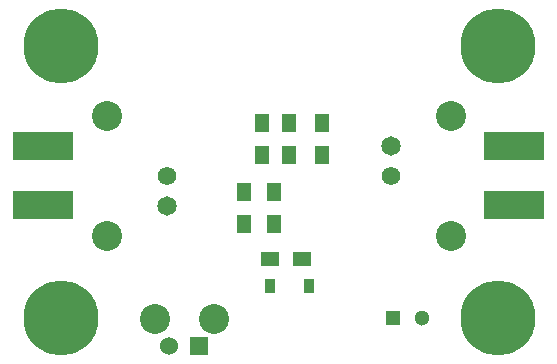
<source format=gbr>
G04 #@! TF.FileFunction,Soldermask,Bot*
%FSLAX46Y46*%
G04 Gerber Fmt 4.6, Leading zero omitted, Abs format (unit mm)*
G04 Created by KiCad (PCBNEW (after 2015-mar-04 BZR unknown)-product) date 9/5/2017 9:59:39 AM*
%MOMM*%
G01*
G04 APERTURE LIST*
%ADD10C,0.150000*%
%ADD11C,2.540000*%
%ADD12C,6.350000*%
%ADD13C,1.574800*%
%ADD14C,1.651000*%
%ADD15R,0.909320X1.219200*%
%ADD16R,1.524000X1.524000*%
%ADD17C,1.524000*%
%ADD18R,1.300000X1.300000*%
%ADD19C,1.300000*%
%ADD20R,1.300000X1.500000*%
%ADD21R,1.500000X1.300000*%
%ADD22R,5.080000X2.413000*%
G04 APERTURE END LIST*
D10*
D11*
X17018000Y-27178000D03*
X12018000Y-27178000D03*
D12*
X4000000Y-27030000D03*
X41000000Y-4030000D03*
X4000000Y-4030000D03*
D13*
X13000000Y-15030000D03*
D14*
X13000000Y-17570000D03*
D11*
X7920000Y-20110000D03*
X7920000Y-9950000D03*
D12*
X41000000Y-27030000D03*
D13*
X32000000Y-15030000D03*
D14*
X32000000Y-12490000D03*
D11*
X37080000Y-9950000D03*
X37080000Y-20110000D03*
D15*
X25003760Y-24384000D03*
X21732240Y-24384000D03*
D16*
X15748000Y-29464000D03*
D17*
X13208000Y-29464000D03*
D18*
X32131000Y-27051000D03*
D19*
X34631000Y-27051000D03*
D20*
X22098000Y-19130000D03*
X22098000Y-16430000D03*
X19558000Y-19130000D03*
X19558000Y-16430000D03*
X26162000Y-10588000D03*
X26162000Y-13288000D03*
X23368000Y-10588000D03*
X23368000Y-13288000D03*
X21082000Y-10588000D03*
X21082000Y-13288000D03*
D21*
X21764000Y-22098000D03*
X24464000Y-22098000D03*
D22*
X2540000Y-17486000D03*
X2540000Y-12486000D03*
X42418000Y-12486000D03*
X42418000Y-17486000D03*
M02*

</source>
